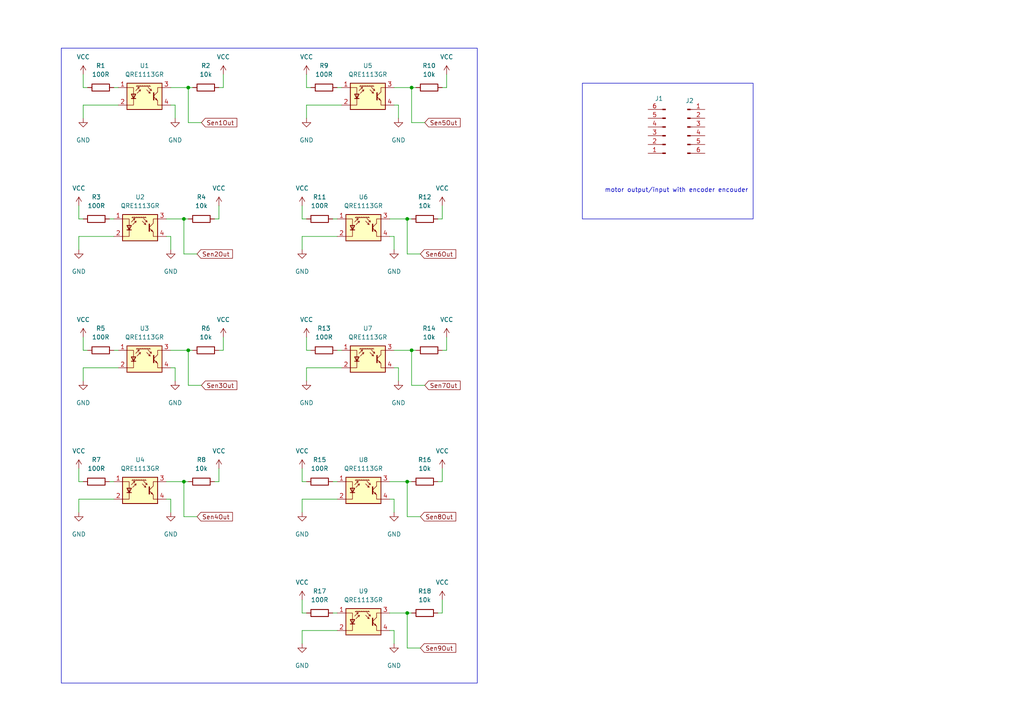
<source format=kicad_sch>
(kicad_sch (version 20250114) (generator "eeschema") (generator_version "9.0")
  (paper "A4")
  (lib_symbols
    (symbol "Connector:Conn_01x06_Pin" (pin_names (offset 1.016) (hide yes))
      (property "Reference" "J" (at 0 7.62 0))
      (property "Value" "Conn_01x06_Pin" (at 0 -10.16 0))
      (symbol "Conn_01x06_Pin_1_1"
        (rectangle (start 0.8636 5.207) (end 0 4.953) (stroke (width 0.1524)) (fill (type outline)))
        (rectangle (start 0.8636 2.667) (end 0 2.413) (stroke (width 0.1524)) (fill (type outline)))
        (rectangle (start 0.8636 0.127) (end 0 -0.127) (stroke (width 0.1524)) (fill (type outline)))
        (rectangle (start 0.8636 -2.413) (end 0 -2.667) (stroke (width 0.1524)) (fill (type outline)))
        (rectangle (start 0.8636 -4.953) (end 0 -5.207) (stroke (width 0.1524)) (fill (type outline)))
        (rectangle (start 0.8636 -7.493) (end 0 -7.747) (stroke (width 0.1524)) (fill (type outline)))
        (polyline (pts (xy 1.27 5.08) (xy 0.8636 5.08)) (stroke (width 0.1524)))
        (polyline (pts (xy 1.27 2.54) (xy 0.8636 2.54)) (stroke (width 0.1524)))
        (polyline (pts (xy 1.27 0) (xy 0.8636 0)) (stroke (width 0.1524)))
        (polyline (pts (xy 1.27 -2.54) (xy 0.8636 -2.54)) (stroke (width 0.1524)))
        (polyline (pts (xy 1.27 -5.08) (xy 0.8636 -5.08)) (stroke (width 0.1524)))
        (polyline (pts (xy 1.27 -7.62) (xy 0.8636 -7.62)) (stroke (width 0.1524)))
        (pin passive line (at 5.08 5.08 180) (length 3.81) (name "Pin_1") (number "1"))
        (pin passive line (at 5.08 2.54 180) (length 3.81) (name "Pin_2") (number "2"))
        (pin passive line (at 5.08 0 180) (length 3.81) (name "Pin_3") (number "3"))
        (pin passive line (at 5.08 -2.54 180) (length 3.81) (name "Pin_4") (number "4"))
        (pin passive line (at 5.08 -5.08 180) (length 3.81) (name "Pin_5") (number "5"))
        (pin passive line (at 5.08 -7.62 180) (length 3.81) (name "Pin_6") (number "6"))
      )
    )
    (symbol "Device:R" (pin_numbers (hide yes)) (pin_names (offset 0))
      (property "Reference" "R" (at 2.032 0 90))
      (property "Value" "R" (at 0 0 90))
      (symbol "R_0_1"
        (rectangle (start -1.016 -2.54) (end 1.016 2.54) (stroke (width 0.254)))
      )
      (symbol "R_1_1"
        (pin passive line (at 0 3.81 270) (length 1.27) (name "~") (number "1"))
        (pin passive line (at 0 -3.81 90) (length 1.27) (name "~") (number "2"))
      )
    )
    (symbol "Sensor_Proximity:QRE1113GR" (pin_names (offset 0.0254) (hide yes))
      (property "Reference" "U" (at -3.81 5.08 0))
      (property "Value" "QRE1113GR" (at 11.43 5.08 0))
      (symbol "QRE1113GR_0_1"
        (polyline (pts (xy -5.08 -2.54) (xy -3.175 -2.54) (xy -3.175 2.54) (xy -5.08 2.54)))
        (polyline (pts (xy -5.08 -3.81) (xy 5.08 -3.81) (xy 5.08 3.81) (xy -5.08 3.81) (xy -5.08 -3.81)) (stroke (width 0.254)) (fill (type background)))
        (polyline (pts (xy -3.81 -0.635) (xy -2.54 -0.635)) (stroke (width 0.254)))
        (polyline (pts (xy -3.175 -0.635) (xy -3.81 0.635) (xy -2.54 0.635) (xy -3.175 -0.635)) (stroke (width 0.254)))
        (polyline (pts (xy -2.54 1.651) (xy -1.524 2.667) (xy -2.032 2.54)))
        (polyline (pts (xy -2.286 2.921) (xy -2.032 3.175)))
        (polyline (pts (xy -2.159 0.889) (xy -1.143 1.905) (xy -1.651 1.778)))
        (polyline (pts (xy -1.778 2.921) (xy -1.524 3.175)))
        (polyline (pts (xy -1.524 2.667) (xy -1.651 2.159)))
        (polyline (pts (xy -1.27 2.921) (xy -1.016 3.175)))
        (polyline (pts (xy -1.143 1.905) (xy -1.27 1.397)))
        (polyline (pts (xy -0.762 2.921) (xy -0.508 3.175)))
        (polyline (pts (xy -0.254 2.921) (xy 0 3.175)))
        (polyline (pts (xy 0.254 2.921) (xy 0.508 3.175)))
        (polyline (pts (xy 0.635 1.905) (xy 1.651 0.889) (xy 1.524 1.397)))
        (polyline (pts (xy 0.762 2.921) (xy 1.016 3.175)))
        (polyline (pts (xy 1.016 2.667) (xy 2.032 1.651) (xy 1.905 2.159)))
        (polyline (pts (xy 1.27 2.921) (xy 1.524 3.175)))
        (polyline (pts (xy 1.651 0.889) (xy 1.143 1.016)))
        (polyline (pts (xy 1.778 2.921) (xy -2.413 2.921)))
        (polyline (pts (xy 2.032 1.651) (xy 1.524 1.778)))
        (polyline (pts (xy 2.667 1.016) (xy 2.667 -1.016) (xy 2.667 -1.016)) (stroke (width 0.3556)))
        (polyline (pts (xy 2.667 0.127) (xy 3.81 1.27)))
        (polyline (pts (xy 2.667 -0.127) (xy 3.81 -1.27)))
        (polyline (pts (xy 3.683 -1.143) (xy 3.429 -0.635) (xy 3.175 -0.889) (xy 3.683 -1.143)))
        (polyline (pts (xy 3.81 1.27) (xy 3.81 2.54) (xy 5.08 2.54)))
        (polyline (pts (xy 3.81 -1.27) (xy 3.81 -2.54) (xy 5.08 -2.54)))
      )
      (symbol "QRE1113GR_1_1"
        (pin passive line (at -7.62 2.54 0) (length 2.54) (name "A") (number "1"))
        (pin passive line (at -7.62 -2.54 0) (length 2.54) (name "K") (number "2"))
        (pin open_collector line (at 7.62 2.54 180) (length 2.54) (name "~") (number "3"))
        (pin open_emitter line (at 7.62 -2.54 180) (length 2.54) (name "~") (number "4"))
      )
    )
    (symbol "power:GND" (power) (pin_names (offset 0))
      (property "Value" "GND" (at 0 -3.81 0))
      (symbol "GND_0_1"
        (polyline (pts (xy 0 0) (xy 0 -1.27) (xy 1.27 -1.27) (xy 0 -2.54) (xy -1.27 -1.27) (xy 0 -1.27)))
      )
      (symbol "GND_1_1"
        (pin power_in line (at 0 0 270) (length 0) (hide yes) (name "GND") (number "1"))
      )
    )
    (symbol "power:VCC" (power) (pin_names (offset 0))
      (property "Value" "VCC" (at 0 3.81 0))
      (symbol "VCC_0_1"
        (polyline (pts (xy -0.762 1.27) (xy 0 2.54)))
        (polyline (pts (xy 0 2.54) (xy 0.762 1.27)))
        (polyline (pts (xy 0 0) (xy 0 2.54)))
      )
      (symbol "VCC_1_1"
        (pin power_in line (at 0 0 90) (length 0) (hide yes) (name "VCC") (number "1"))
      )
    )
  )
  (rectangle (start 168.91 24.13) (end 218.44 63.5))
  (rectangle (start 17.78 13.97) (end 138.43 198.12))
  (text "motor output/input with encoder encouder\n" (at 196.215 55.245 0) (effects (font (size 1.27 1.27))))
  (junction (at 53.34 139.7))
  (junction (at 54.61 101.6))
  (junction (at 119.38 101.6))
  (junction (at 53.34 63.5))
  (junction (at 118.11 139.7))
  (junction (at 54.61 25.4))
  (junction (at 119.38 25.4))
  (junction (at 118.11 177.8))
  (junction (at 118.11 63.5))
  (wire (pts (xy 48.26 63.5) (xy 53.34 63.5)))
  (wire (pts (xy 22.86 63.5) (xy 24.13 63.5)))
  (wire (pts (xy 88.9 21.59) (xy 88.9 25.4)))
  (wire (pts (xy 118.11 177.8) (xy 119.38 177.8)))
  (wire (pts (xy 88.9 110.49) (xy 88.9 106.68)))
  (wire (pts (xy 87.63 177.8) (xy 88.9 177.8)))
  (wire (pts (xy 22.86 148.59) (xy 22.86 144.78)))
  (wire (pts (xy 53.34 149.86) (xy 57.15 149.86)))
  (wire (pts (xy 22.86 139.7) (xy 24.13 139.7)))
  (wire (pts (xy 88.9 101.6) (xy 90.17 101.6)))
  (wire (pts (xy 24.13 101.6) (xy 25.4 101.6)))
  (wire (pts (xy 53.34 139.7) (xy 54.61 139.7)))
  (wire (pts (xy 48.26 139.7) (xy 53.34 139.7)))
  (wire (pts (xy 24.13 97.79) (xy 24.13 101.6)))
  (wire (pts (xy 128.27 25.4) (xy 129.54 25.4)))
  (wire (pts (xy 24.13 30.48) (xy 34.29 30.48)))
  (wire (pts (xy 113.03 144.78) (xy 114.3 144.78)))
  (wire (pts (xy 113.03 182.88) (xy 114.3 182.88)))
  (wire (pts (xy 54.61 101.6) (xy 54.61 111.76)))
  (wire (pts (xy 128.27 177.8) (xy 127 177.8)))
  (wire (pts (xy 33.02 25.4) (xy 34.29 25.4)))
  (wire (pts (xy 64.77 21.59) (xy 64.77 25.4)))
  (wire (pts (xy 115.57 30.48) (xy 115.57 34.29)))
  (wire (pts (xy 31.75 139.7) (xy 33.02 139.7)))
  (wire (pts (xy 24.13 106.68) (xy 34.29 106.68)))
  (wire (pts (xy 87.63 182.88) (xy 97.79 182.88)))
  (wire (pts (xy 50.8 30.48) (xy 50.8 34.29)))
  (wire (pts (xy 114.3 101.6) (xy 119.38 101.6)))
  (wire (pts (xy 113.03 63.5) (xy 118.11 63.5)))
  (wire (pts (xy 88.9 25.4) (xy 90.17 25.4)))
  (wire (pts (xy 119.38 25.4) (xy 120.65 25.4)))
  (wire (pts (xy 96.52 177.8) (xy 97.79 177.8)))
  (wire (pts (xy 54.61 35.56) (xy 58.42 35.56)))
  (wire (pts (xy 87.63 173.99) (xy 87.63 177.8)))
  (wire (pts (xy 88.9 30.48) (xy 99.06 30.48)))
  (wire (pts (xy 24.13 25.4) (xy 25.4 25.4)))
  (wire (pts (xy 54.61 101.6) (xy 55.88 101.6)))
  (wire (pts (xy 48.26 144.78) (xy 49.53 144.78)))
  (wire (pts (xy 49.53 144.78) (xy 49.53 148.59)))
  (wire (pts (xy 24.13 21.59) (xy 24.13 25.4)))
  (wire (pts (xy 129.54 21.59) (xy 129.54 25.4)))
  (wire (pts (xy 114.3 68.58) (xy 114.3 72.39)))
  (wire (pts (xy 113.03 139.7) (xy 118.11 139.7)))
  (wire (pts (xy 113.03 177.8) (xy 118.11 177.8)))
  (wire (pts (xy 118.11 139.7) (xy 118.11 149.86)))
  (wire (pts (xy 88.9 34.29) (xy 88.9 30.48)))
  (wire (pts (xy 128.27 59.69) (xy 128.27 63.5)))
  (wire (pts (xy 62.23 63.5) (xy 63.5 63.5)))
  (wire (pts (xy 114.3 25.4) (xy 119.38 25.4)))
  (wire (pts (xy 49.53 30.48) (xy 50.8 30.48)))
  (wire (pts (xy 87.63 63.5) (xy 88.9 63.5)))
  (wire (pts (xy 48.26 68.58) (xy 49.53 68.58)))
  (wire (pts (xy 22.86 135.89) (xy 22.86 139.7)))
  (wire (pts (xy 128.27 101.6) (xy 129.54 101.6)))
  (wire (pts (xy 115.57 106.68) (xy 115.57 110.49)))
  (wire (pts (xy 49.53 68.58) (xy 49.53 72.39)))
  (wire (pts (xy 119.38 111.76) (xy 123.19 111.76)))
  (wire (pts (xy 118.11 139.7) (xy 119.38 139.7)))
  (wire (pts (xy 53.34 63.5) (xy 54.61 63.5)))
  (wire (pts (xy 119.38 101.6) (xy 120.65 101.6)))
  (wire (pts (xy 62.23 139.7) (xy 63.5 139.7)))
  (wire (pts (xy 54.61 111.76) (xy 58.42 111.76)))
  (wire (pts (xy 50.8 106.68) (xy 50.8 110.49)))
  (wire (pts (xy 63.5 25.4) (xy 64.77 25.4)))
  (wire (pts (xy 118.11 63.5) (xy 119.38 63.5)))
  (wire (pts (xy 127 139.7) (xy 128.27 139.7)))
  (wire (pts (xy 87.63 148.59) (xy 87.63 144.78)))
  (wire (pts (xy 118.11 187.96) (xy 121.92 187.96)))
  (wire (pts (xy 49.53 101.6) (xy 54.61 101.6)))
  (wire (pts (xy 87.63 144.78) (xy 97.79 144.78)))
  (wire (pts (xy 24.13 34.29) (xy 24.13 30.48)))
  (wire (pts (xy 114.3 30.48) (xy 115.57 30.48)))
  (wire (pts (xy 24.13 110.49) (xy 24.13 106.68)))
  (wire (pts (xy 119.38 101.6) (xy 119.38 111.76)))
  (wire (pts (xy 129.54 97.79) (xy 129.54 101.6)))
  (wire (pts (xy 53.34 63.5) (xy 53.34 73.66)))
  (wire (pts (xy 114.3 182.88) (xy 114.3 186.69)))
  (wire (pts (xy 127 63.5) (xy 128.27 63.5)))
  (wire (pts (xy 53.34 139.7) (xy 53.34 149.86)))
  (wire (pts (xy 96.52 139.7) (xy 97.79 139.7)))
  (wire (pts (xy 97.79 101.6) (xy 99.06 101.6)))
  (wire (pts (xy 31.75 63.5) (xy 33.02 63.5)))
  (wire (pts (xy 63.5 101.6) (xy 64.77 101.6)))
  (wire (pts (xy 87.63 59.69) (xy 87.63 63.5)))
  (wire (pts (xy 87.63 68.58) (xy 97.79 68.58)))
  (wire (pts (xy 22.86 72.39) (xy 22.86 68.58)))
  (wire (pts (xy 63.5 135.89) (xy 63.5 139.7)))
  (wire (pts (xy 53.34 73.66) (xy 57.15 73.66)))
  (wire (pts (xy 96.52 63.5) (xy 97.79 63.5)))
  (wire (pts (xy 49.53 106.68) (xy 50.8 106.68)))
  (wire (pts (xy 22.86 68.58) (xy 33.02 68.58)))
  (wire (pts (xy 22.86 144.78) (xy 33.02 144.78)))
  (wire (pts (xy 97.79 25.4) (xy 99.06 25.4)))
  (wire (pts (xy 118.11 63.5) (xy 118.11 73.66)))
  (wire (pts (xy 87.63 139.7) (xy 88.9 139.7)))
  (wire (pts (xy 87.63 186.69) (xy 87.63 182.88)))
  (wire (pts (xy 119.38 25.4) (xy 119.38 35.56)))
  (wire (pts (xy 113.03 68.58) (xy 114.3 68.58)))
  (wire (pts (xy 33.02 101.6) (xy 34.29 101.6)))
  (wire (pts (xy 118.11 177.8) (xy 118.11 187.96)))
  (wire (pts (xy 128.27 135.89) (xy 128.27 139.7)))
  (wire (pts (xy 49.53 25.4) (xy 54.61 25.4)))
  (wire (pts (xy 54.61 25.4) (xy 55.88 25.4)))
  (wire (pts (xy 114.3 144.78) (xy 114.3 148.59)))
  (wire (pts (xy 128.27 173.99) (xy 128.27 177.8)))
  (wire (pts (xy 54.61 25.4) (xy 54.61 35.56)))
  (wire (pts (xy 87.63 72.39) (xy 87.63 68.58)))
  (wire (pts (xy 22.86 59.69) (xy 22.86 63.5)))
  (wire (pts (xy 118.11 149.86) (xy 121.92 149.86)))
  (wire (pts (xy 88.9 106.68) (xy 99.06 106.68)))
  (wire (pts (xy 64.77 97.79) (xy 64.77 101.6)))
  (wire (pts (xy 63.5 59.69) (xy 63.5 63.5)))
  (wire (pts (xy 118.11 73.66) (xy 121.92 73.66)))
  (wire (pts (xy 87.63 135.89) (xy 87.63 139.7)))
  (wire (pts (xy 119.38 35.56) (xy 123.19 35.56)))
  (wire (pts (xy 114.3 106.68) (xy 115.57 106.68)))
  (wire (pts (xy 88.9 97.79) (xy 88.9 101.6)))
  (global_label "Sen4Out" (shape input) (at 57.15 149.86 0) (property "Intersheetrefs" "${INTERSHEET_REFS}" (effects (hide yes))))
  (global_label "Sen3Out" (shape input) (at 58.42 111.76 0) (property "Intersheetrefs" "${INTERSHEET_REFS}" (effects (hide yes))))
  (global_label "Sen8Out" (shape input) (at 121.92 149.86 0) (property "Intersheetrefs" "${INTERSHEET_REFS}" (effects (hide yes))))
  (global_label "Sen6Out" (shape input) (at 121.92 73.66 0) (property "Intersheetrefs" "${INTERSHEET_REFS}" (effects (hide yes))))
  (global_label "Sen7Out" (shape input) (at 123.19 111.76 0) (property "Intersheetrefs" "${INTERSHEET_REFS}" (effects (hide yes))))
  (global_label "Sen2Out" (shape input) (at 57.15 73.66 0) (property "Intersheetrefs" "${INTERSHEET_REFS}" (effects (hide yes))))
  (global_label "Sen5Out" (shape input) (at 123.19 35.56 0) (property "Intersheetrefs" "${INTERSHEET_REFS}" (effects (hide yes))))
  (global_label "Sen9Out" (shape input) (at 121.92 187.96 0) (property "Intersheetrefs" "${INTERSHEET_REFS}" (effects (hide yes))))
  (global_label "Sen1Out" (shape input) (at 58.42 35.56 0) (property "Intersheetrefs" "${INTERSHEET_REFS}" (effects (hide yes))))
  (symbol (lib_id "Device:R") (at 93.98 25.4 90) (unit 1)
    (property "Reference" "R9" (at 93.98 19.05 90))
    (property "Value" "100R" (at 93.98 21.59 90))
    (property "Footprint" "Resistor_SMD:R_0805_2012Metric" (effects (hide yes)))
    (property "LCSC" "C17408" (effects (hide yes)))
  )
  (symbol (lib_id "power:GND") (at 88.9 110.49 0) (unit 1)
    (property "Reference" "#PWR033" (effects (hide yes)))
    (property "Value" "GND" (at 88.9 116.84 0))
  )
  (symbol (lib_id "Device:R") (at 59.69 101.6 90) (unit 1)
    (property "Reference" "R6" (at 59.69 95.25 90))
    (property "Value" "10k" (at 59.69 97.79 90))
    (property "Footprint" "Resistor_SMD:R_0805_2012Metric" (effects (hide yes)))
    (property "LCSC" "C17414" (effects (hide yes)))
  )
  (symbol (lib_id "power:VCC") (at 88.9 97.79 0) (unit 1)
    (property "Reference" "#PWR032" (effects (hide yes)))
    (property "Value" "VCC" (at 88.9 92.71 0))
  )
  (symbol (lib_id "power:GND") (at 50.8 110.49 0) (unit 1)
    (property "Reference" "#PWR019" (effects (hide yes)))
    (property "Value" "GND" (at 50.8 116.84 0))
  )
  (symbol (lib_id "Device:R") (at 58.42 63.5 90) (unit 1)
    (property "Reference" "R4" (at 58.42 57.15 90))
    (property "Value" "10k" (at 58.42 59.69 90))
    (property "Footprint" "Resistor_SMD:R_0805_2012Metric" (effects (hide yes)))
    (property "LCSC" "C17414" (effects (hide yes)))
  )
  (symbol (lib_id "power:GND") (at 114.3 186.69 0) (unit 1)
    (property "Reference" "#PWR036" (effects (hide yes)))
    (property "Value" "GND" (at 114.3 193.04 0))
  )
  (symbol (lib_id "power:VCC") (at 128.27 135.89 0) (unit 1)
    (property "Reference" "#PWR040" (effects (hide yes)))
    (property "Value" "VCC" (at 128.27 130.81 0))
  )
  (symbol (lib_id "power:VCC") (at 24.13 21.59 0) (unit 1)
    (property "Reference" "#PWR012" (effects (hide yes)))
    (property "Value" "VCC" (at 24.13 16.51 0))
  )
  (symbol (lib_id "Device:R") (at 123.19 139.7 90) (unit 1)
    (property "Reference" "R16" (at 123.19 133.35 90))
    (property "Value" "10k" (at 123.19 135.89 90))
    (property "Footprint" "Resistor_SMD:R_0805_2012Metric" (effects (hide yes)))
    (property "LCSC" "C17414" (effects (hide yes)))
  )
  (symbol (lib_id "power:GND") (at 22.86 148.59 0) (unit 1)
    (property "Reference" "#PWR011" (effects (hide yes)))
    (property "Value" "GND" (at 22.86 154.94 0))
  )
  (symbol (lib_id "power:GND") (at 24.13 34.29 0) (unit 1)
    (property "Reference" "#PWR013" (effects (hide yes)))
    (property "Value" "GND" (at 24.13 40.64 0))
  )
  (symbol (lib_id "Device:R") (at 124.46 101.6 90) (unit 1)
    (property "Reference" "R14" (at 124.46 95.25 90))
    (property "Value" "10k" (at 124.46 97.79 90))
    (property "Footprint" "Resistor_SMD:R_0805_2012Metric" (effects (hide yes)))
    (property "LCSC" "C17414" (effects (hide yes)))
  )
  (symbol (lib_id "power:GND") (at 114.3 148.59 0) (unit 1)
    (property "Reference" "#PWR035" (effects (hide yes)))
    (property "Value" "GND" (at 114.3 154.94 0))
  )
  (symbol (lib_id "Sensor_Proximity:QRE1113GR") (at 40.64 66.04 0) (unit 1)
    (property "Reference" "U2" (at 40.64 57.15 0))
    (property "Value" "QRE1113GR" (at 40.64 59.69 0))
    (property "Footprint" "OptoDevice:OnSemi_CASE100CY" (effects (hide yes)))
    (property "Datasheet" "http://www.onsemi.com/pub/Collateral/QRE1113-D.PDF" (effects (hide yes)))
    (property "LCSC" "C232862" (effects (hide yes)))
  )
  (symbol (lib_id "power:GND") (at 114.3 72.39 0) (unit 1)
    (property "Reference" "#PWR034" (effects (hide yes)))
    (property "Value" "GND" (at 114.3 78.74 0))
  )
  (symbol (lib_id "power:GND") (at 49.53 148.59 0) (unit 1)
    (property "Reference" "#PWR017" (effects (hide yes)))
    (property "Value" "GND" (at 49.53 154.94 0))
  )
  (symbol (lib_id "Device:R") (at 92.71 139.7 90) (unit 1)
    (property "Reference" "R15" (at 92.71 133.35 90))
    (property "Value" "100R" (at 92.71 135.89 90))
    (property "Footprint" "Resistor_SMD:R_0805_2012Metric" (effects (hide yes)))
    (property "LCSC" "C17408" (effects (hide yes)))
  )
  (symbol (lib_id "power:VCC") (at 88.9 21.59 0) (unit 1)
    (property "Reference" "#PWR030" (effects (hide yes)))
    (property "Value" "VCC" (at 88.9 16.51 0))
  )
  (symbol (lib_id "power:GND") (at 87.63 186.69 0) (unit 1)
    (property "Reference" "#PWR029" (effects (hide yes)))
    (property "Value" "GND" (at 87.63 193.04 0))
  )
  (symbol (lib_id "power:VCC") (at 24.13 97.79 0) (unit 1)
    (property "Reference" "#PWR014" (effects (hide yes)))
    (property "Value" "VCC" (at 24.13 92.71 0))
  )
  (symbol (lib_id "Device:R") (at 92.71 63.5 90) (unit 1)
    (property "Reference" "R11" (at 92.71 57.15 90))
    (property "Value" "100R" (at 92.71 59.69 90))
    (property "Footprint" "Resistor_SMD:R_0805_2012Metric" (effects (hide yes)))
    (property "LCSC" "C17408" (effects (hide yes)))
  )
  (symbol (lib_id "power:VCC") (at 22.86 59.69 0) (unit 1)
    (property "Reference" "#PWR08" (effects (hide yes)))
    (property "Value" "VCC" (at 22.86 54.61 0))
  )
  (symbol (lib_id "Sensor_Proximity:QRE1113GR") (at 106.68 104.14 0) (unit 1)
    (property "Reference" "U7" (at 106.68 95.25 0))
    (property "Value" "QRE1113GR" (at 106.68 97.79 0))
    (property "Footprint" "OptoDevice:OnSemi_CASE100CY" (effects (hide yes)))
    (property "Datasheet" "http://www.onsemi.com/pub/Collateral/QRE1113-D.PDF" (effects (hide yes)))
    (property "LCSC" "C232862" (effects (hide yes)))
  )
  (symbol (lib_id "Device:R") (at 93.98 101.6 90) (unit 1)
    (property "Reference" "R13" (at 93.98 95.25 90))
    (property "Value" "100R" (at 93.98 97.79 90))
    (property "Footprint" "Resistor_SMD:R_0805_2012Metric" (effects (hide yes)))
    (property "LCSC" "C17408" (effects (hide yes)))
  )
  (symbol (lib_id "power:GND") (at 22.86 72.39 0) (unit 1)
    (property "Reference" "#PWR09" (effects (hide yes)))
    (property "Value" "GND" (at 22.86 78.74 0))
  )
  (symbol (lib_id "power:VCC") (at 22.86 135.89 0) (unit 1)
    (property "Reference" "#PWR010" (effects (hide yes)))
    (property "Value" "VCC" (at 22.86 130.81 0))
  )
  (symbol (lib_id "power:VCC") (at 64.77 21.59 0) (unit 1)
    (property "Reference" "#PWR022" (effects (hide yes)))
    (property "Value" "VCC" (at 64.77 16.51 0))
  )
  (symbol (lib_id "Sensor_Proximity:QRE1113GR") (at 106.68 27.94 0) (unit 1)
    (property "Reference" "U5" (at 106.68 19.05 0))
    (property "Value" "QRE1113GR" (at 106.68 21.59 0))
    (property "Footprint" "OptoDevice:OnSemi_CASE100CY" (effects (hide yes)))
    (property "Datasheet" "http://www.onsemi.com/pub/Collateral/QRE1113-D.PDF" (effects (hide yes)))
    (property "LCSC" "C232862" (effects (hide yes)))
  )
  (symbol (lib_id "Device:R") (at 27.94 63.5 90) (unit 1)
    (property "Reference" "R3" (at 27.94 57.15 90))
    (property "Value" "100R" (at 27.94 59.69 90))
    (property "Footprint" "Resistor_SMD:R_0805_2012Metric" (effects (hide yes)))
    (property "LCSC" "C17408" (effects (hide yes)))
  )
  (symbol (lib_id "power:GND") (at 87.63 148.59 0) (unit 1)
    (property "Reference" "#PWR027" (effects (hide yes)))
    (property "Value" "GND" (at 87.63 154.94 0))
  )
  (symbol (lib_id "power:VCC") (at 128.27 173.99 0) (unit 1)
    (property "Reference" "#PWR041" (effects (hide yes)))
    (property "Value" "VCC" (at 128.27 168.91 0))
  )
  (symbol (lib_id "power:GND") (at 87.63 72.39 0) (unit 1)
    (property "Reference" "#PWR025" (effects (hide yes)))
    (property "Value" "GND" (at 87.63 78.74 0))
  )
  (symbol (lib_id "Device:R") (at 124.46 25.4 90) (unit 1)
    (property "Reference" "R10" (at 124.46 19.05 90))
    (property "Value" "10k" (at 124.46 21.59 90))
    (property "Footprint" "Resistor_SMD:R_0805_2012Metric" (effects (hide yes)))
    (property "LCSC" "C17414" (effects (hide yes)))
  )
  (symbol (lib_id "power:VCC") (at 63.5 135.89 0) (unit 1)
    (property "Reference" "#PWR021" (effects (hide yes)))
    (property "Value" "VCC" (at 63.5 130.81 0))
  )
  (symbol (lib_id "Sensor_Proximity:QRE1113GR") (at 105.41 66.04 0) (unit 1)
    (property "Reference" "U6" (at 105.41 57.15 0))
    (property "Value" "QRE1113GR" (at 105.41 59.69 0))
    (property "Footprint" "OptoDevice:OnSemi_CASE100CY" (effects (hide yes)))
    (property "Datasheet" "http://www.onsemi.com/pub/Collateral/QRE1113-D.PDF" (effects (hide yes)))
    (property "LCSC" "C232862" (effects (hide yes)))
  )
  (symbol (lib_id "power:VCC") (at 128.27 59.69 0) (unit 1)
    (property "Reference" "#PWR039" (effects (hide yes)))
    (property "Value" "VCC" (at 128.27 54.61 0))
  )
  (symbol (lib_id "Device:R") (at 123.19 177.8 90) (unit 1)
    (property "Reference" "R18" (at 123.19 171.45 90))
    (property "Value" "10k" (at 123.19 173.99 90))
    (property "Footprint" "Resistor_SMD:R_0805_2012Metric" (effects (hide yes)))
    (property "LCSC" "C17414" (effects (hide yes)))
  )
  (symbol (lib_id "power:VCC") (at 129.54 21.59 0) (unit 1)
    (property "Reference" "#PWR042" (effects (hide yes)))
    (property "Value" "VCC" (at 129.54 16.51 0))
  )
  (symbol (lib_id "Device:R") (at 29.21 101.6 90) (unit 1)
    (property "Reference" "R5" (at 29.21 95.25 90))
    (property "Value" "100R" (at 29.21 97.79 90))
    (property "Footprint" "Resistor_SMD:R_0805_2012Metric" (effects (hide yes)))
    (property "LCSC" "C17408" (effects (hide yes)))
  )
  (symbol (lib_id "Sensor_Proximity:QRE1113GR") (at 105.41 142.24 0) (unit 1)
    (property "Reference" "U8" (at 105.41 133.35 0))
    (property "Value" "QRE1113GR" (at 105.41 135.89 0))
    (property "Footprint" "OptoDevice:OnSemi_CASE100CY" (effects (hide yes)))
    (property "Datasheet" "http://www.onsemi.com/pub/Collateral/QRE1113-D.PDF" (effects (hide yes)))
    (property "LCSC" "C232862" (effects (hide yes)))
  )
  (symbol (lib_id "power:GND") (at 115.57 34.29 0) (unit 1)
    (property "Reference" "#PWR037" (effects (hide yes)))
    (property "Value" "GND" (at 115.57 40.64 0))
  )
  (symbol (lib_id "Device:R") (at 27.94 139.7 90) (unit 1)
    (property "Reference" "R7" (at 27.94 133.35 90))
    (property "Value" "100R" (at 27.94 135.89 90))
    (property "Footprint" "Resistor_SMD:R_0805_2012Metric" (effects (hide yes)))
    (property "LCSC" "C17408" (effects (hide yes)))
  )
  (symbol (lib_id "power:GND") (at 24.13 110.49 0) (unit 1)
    (property "Reference" "#PWR015" (effects (hide yes)))
    (property "Value" "GND" (at 24.13 116.84 0))
  )
  (symbol (lib_id "Device:R") (at 123.19 63.5 90) (unit 1)
    (property "Reference" "R12" (at 123.19 57.15 90))
    (property "Value" "10k" (at 123.19 59.69 90))
    (property "Footprint" "Resistor_SMD:R_0805_2012Metric" (effects (hide yes)))
    (property "LCSC" "C17414" (effects (hide yes)))
  )
  (symbol (lib_id "power:GND") (at 49.53 72.39 0) (unit 1)
    (property "Reference" "#PWR016" (effects (hide yes)))
    (property "Value" "GND" (at 49.53 78.74 0))
  )
  (symbol (lib_id "Device:R") (at 58.42 139.7 90) (unit 1)
    (property "Reference" "R8" (at 58.42 133.35 90))
    (property "Value" "10k" (at 58.42 135.89 90))
    (property "Footprint" "Resistor_SMD:R_0805_2012Metric" (effects (hide yes)))
    (property "LCSC" "C17414" (effects (hide yes)))
  )
  (symbol (lib_id "Sensor_Proximity:QRE1113GR") (at 41.91 104.14 0) (unit 1)
    (property "Reference" "U3" (at 41.91 95.25 0))
    (property "Value" "QRE1113GR" (at 41.91 97.79 0))
    (property "Footprint" "OptoDevice:OnSemi_CASE100CY" (effects (hide yes)))
    (property "Datasheet" "http://www.onsemi.com/pub/Collateral/QRE1113-D.PDF" (effects (hide yes)))
    (property "LCSC" "C232862" (effects (hide yes)))
  )
  (symbol (lib_id "power:VCC") (at 87.63 135.89 0) (unit 1)
    (property "Reference" "#PWR026" (effects (hide yes)))
    (property "Value" "VCC" (at 87.63 130.81 0))
  )
  (symbol (lib_id "power:VCC") (at 63.5 59.69 0) (unit 1)
    (property "Reference" "#PWR020" (effects (hide yes)))
    (property "Value" "VCC" (at 63.5 54.61 0))
  )
  (symbol (lib_id "Sensor_Proximity:QRE1113GR") (at 105.41 180.34 0) (unit 1)
    (property "Reference" "U9" (at 105.41 171.45 0))
    (property "Value" "QRE1113GR" (at 105.41 173.99 0))
    (property "Footprint" "OptoDevice:OnSemi_CASE100CY" (effects (hide yes)))
    (property "Datasheet" "http://www.onsemi.com/pub/Collateral/QRE1113-D.PDF" (effects (hide yes)))
    (property "LCSC" "C232862" (effects (hide yes)))
  )
  (symbol (lib_id "Device:R") (at 59.69 25.4 90) (unit 1)
    (property "Reference" "R2" (at 59.69 19.05 90))
    (property "Value" "10k" (at 59.69 21.59 90))
    (property "Footprint" "Resistor_SMD:R_0805_2012Metric" (effects (hide yes)))
    (property "LCSC" "C17414" (effects (hide yes)))
  )
  (symbol (lib_id "Sensor_Proximity:QRE1113GR") (at 40.64 142.24 0) (unit 1)
    (property "Reference" "U4" (at 40.64 133.35 0))
    (property "Value" "QRE1113GR" (at 40.64 135.89 0))
    (property "Footprint" "OptoDevice:OnSemi_CASE100CY" (effects (hide yes)))
    (property "Datasheet" "http://www.onsemi.com/pub/Collateral/QRE1113-D.PDF" (effects (hide yes)))
    (property "LCSC" "C232862" (effects (hide yes)))
  )
  (symbol (lib_id "Connector:Conn_01x06_Pin") (at 199.39 36.83 0) (unit 1)
    (property "Reference" "J2" (at 200.025 29.21 0))
    (property "Value" "Conn_01x06_Pin" (effects (hide yes)))
    (property "Footprint" "Connector_JST:JST_GH_SM06B-GHS-TB_1x06-1MP_P1.25mm_Horizontal" (effects (hide yes)))
    (property "Description" "Generic connector, single row, 01x06, script generated" (effects (hide yes)))
  )
  (symbol (lib_id "Device:R") (at 29.21 25.4 90) (unit 1)
    (property "Reference" "R1" (at 29.21 19.05 90))
    (property "Value" "100R" (at 29.21 21.59 90))
    (property "Footprint" "Resistor_SMD:R_0805_2012Metric" (effects (hide yes)))
    (property "LCSC" "C17408" (effects (hide yes)))
  )
  (symbol (lib_id "Connector:Conn_01x06_Pin") (at 193.04 39.37 180) (unit 1)
    (property "Reference" "J1" (at 191.135 28.575 0))
    (property "Value" "Conn_01x06_Pin" (effects (hide yes)))
    (property "Footprint" "Connector_JST:JST_GH_SM06B-GHS-TB_1x06-1MP_P1.25mm_Horizontal" (effects (hide yes)))
    (property "Description" "Generic connector, single row, 01x06, script generated" (effects (hide yes)))
  )
  (symbol (lib_id "Sensor_Proximity:QRE1113GR") (at 41.91 27.94 0) (unit 1)
    (property "Reference" "U1" (at 41.91 19.05 0))
    (property "Value" "QRE1113GR" (at 41.91 21.59 0))
    (property "Footprint" "OptoDevice:OnSemi_CASE100CY" (effects (hide yes)))
    (property "Datasheet" "http://www.onsemi.com/pub/Collateral/QRE1113-D.PDF" (effects (hide yes)))
    (property "LCSC" "C232862" (effects (hide yes)))
  )
  (symbol (lib_id "power:VCC") (at 87.63 59.69 0) (unit 1)
    (property "Reference" "#PWR024" (effects (hide yes)))
    (property "Value" "VCC" (at 87.63 54.61 0))
  )
  (symbol (lib_id "power:VCC") (at 87.63 173.99 0) (unit 1)
    (property "Reference" "#PWR028" (effects (hide yes)))
    (property "Value" "VCC" (at 87.63 168.91 0))
  )
  (symbol (lib_id "power:GND") (at 50.8 34.29 0) (unit 1)
    (property "Reference" "#PWR018" (effects (hide yes)))
    (property "Value" "GND" (at 50.8 40.64 0))
  )
  (symbol (lib_id "power:VCC") (at 64.77 97.79 0) (unit 1)
    (property "Reference" "#PWR023" (effects (hide yes)))
    (property "Value" "VCC" (at 64.77 92.71 0))
  )
  (symbol (lib_id "Device:R") (at 92.71 177.8 90) (unit 1)
    (property "Reference" "R17" (at 92.71 171.45 90))
    (property "Value" "100R" (at 92.71 173.99 90))
    (property "Footprint" "Resistor_SMD:R_0805_2012Metric" (effects (hide yes)))
    (property "LCSC" "C17408" (effects (hide yes)))
  )
  (symbol (lib_id "power:VCC") (at 129.54 97.79 0) (unit 1)
    (property "Reference" "#PWR043" (effects (hide yes)))
    (property "Value" "VCC" (at 129.54 92.71 0))
  )
  (symbol (lib_id "power:GND") (at 88.9 34.29 0) (unit 1)
    (property "Reference" "#PWR031" (effects (hide yes)))
    (property "Value" "GND" (at 88.9 40.64 0))
  )
  (symbol (lib_id "power:GND") (at 115.57 110.49 0) (unit 1)
    (property "Reference" "#PWR038" (effects (hide yes)))
    (property "Value" "GND" (at 115.57 116.84 0))
  )
)
</source>
